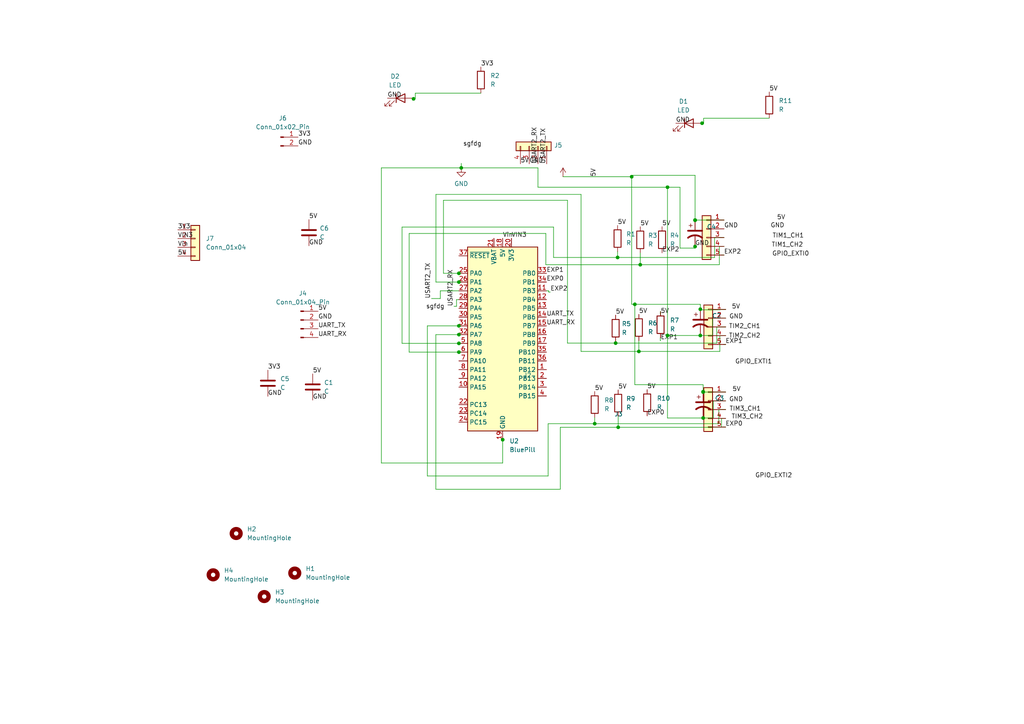
<source format=kicad_sch>
(kicad_sch (version 20230121) (generator eeschema)
  (paper "A4")
  (lib_symbols
    (symbol "Connector:Conn_01x02_Pin" (pin_names (offset 1.016) hide)
      (property "Reference" "J" (at 0 2.54 0))
      (property "Value" "Conn_01x02_Pin" (at 0 -5.08 0))
      (symbol "Conn_01x02_Pin_1_1"
        (polyline (pts (xy 1.27 -2.54) (xy 0.8636 -2.54)) (stroke (width 0.1524)))
        (polyline (pts (xy 1.27 0) (xy 0.8636 0)) (stroke (width 0.1524)))
        (rectangle (start 0.8636 -2.413) (end 0 -2.667) (stroke (width 0.1524)) (fill (type outline)))
        (rectangle (start 0.8636 0.127) (end 0 -0.127) (stroke (width 0.1524)) (fill (type outline)))
        (pin passive line (at 5.08 0 180) (length 3.81) (name "Pin_1") (number "1"))
        (pin passive line (at 5.08 -2.54 180) (length 3.81) (name "Pin_2") (number "2"))
      )
    )
    (symbol "Connector:Conn_01x04_Pin" (pin_names (offset 1.016) hide)
      (property "Reference" "J" (at 0 5.08 0))
      (property "Value" "Conn_01x04_Pin" (at 0 -7.62 0))
      (symbol "Conn_01x04_Pin_1_1"
        (polyline (pts (xy 1.27 -5.08) (xy 0.8636 -5.08)) (stroke (width 0.1524)))
        (polyline (pts (xy 1.27 -2.54) (xy 0.8636 -2.54)) (stroke (width 0.1524)))
        (polyline (pts (xy 1.27 0) (xy 0.8636 0)) (stroke (width 0.1524)))
        (polyline (pts (xy 1.27 2.54) (xy 0.8636 2.54)) (stroke (width 0.1524)))
        (rectangle (start 0.8636 -4.953) (end 0 -5.207) (stroke (width 0.1524)) (fill (type outline)))
        (rectangle (start 0.8636 -2.413) (end 0 -2.667) (stroke (width 0.1524)) (fill (type outline)))
        (rectangle (start 0.8636 0.127) (end 0 -0.127) (stroke (width 0.1524)) (fill (type outline)))
        (rectangle (start 0.8636 2.667) (end 0 2.413) (stroke (width 0.1524)) (fill (type outline)))
        (pin passive line (at 5.08 2.54 180) (length 3.81) (name "Pin_1") (number "1"))
        (pin passive line (at 5.08 0 180) (length 3.81) (name "Pin_2") (number "2"))
        (pin passive line (at 5.08 -2.54 180) (length 3.81) (name "Pin_3") (number "3"))
        (pin passive line (at 5.08 -5.08 180) (length 3.81) (name "Pin_4") (number "4"))
      )
    )
    (symbol "Connector_Generic:Conn_01x04" (pin_names (offset 1.016) hide)
      (property "Reference" "J" (at 0 5.08 0))
      (property "Value" "Conn_01x04" (at 0 -7.62 0))
      (symbol "Conn_01x04_1_1"
        (rectangle (start -1.27 -4.953) (end 0 -5.207) (stroke (width 0.1524)))
        (rectangle (start -1.27 -2.413) (end 0 -2.667) (stroke (width 0.1524)))
        (rectangle (start -1.27 0.127) (end 0 -0.127) (stroke (width 0.1524)))
        (rectangle (start -1.27 2.667) (end 0 2.413) (stroke (width 0.1524)))
        (rectangle (start -1.27 3.81) (end 1.27 -6.35) (stroke (width 0.254)) (fill (type background)))
        (pin passive line (at -5.08 2.54 0) (length 3.81) (name "Pin_1") (number "1"))
        (pin passive line (at -5.08 0 0) (length 3.81) (name "Pin_2") (number "2"))
        (pin passive line (at -5.08 -2.54 0) (length 3.81) (name "Pin_3") (number "3"))
        (pin passive line (at -5.08 -5.08 0) (length 3.81) (name "Pin_4") (number "4"))
      )
    )
    (symbol "Connector_Generic:Conn_01x05" (pin_names (offset 1.016) hide)
      (property "Reference" "J" (at 0 7.62 0))
      (property "Value" "Conn_01x05" (at 0 -7.62 0))
      (symbol "Conn_01x05_1_1"
        (rectangle (start -1.27 -4.953) (end 0 -5.207) (stroke (width 0.1524)))
        (rectangle (start -1.27 -2.413) (end 0 -2.667) (stroke (width 0.1524)))
        (rectangle (start -1.27 0.127) (end 0 -0.127) (stroke (width 0.1524)))
        (rectangle (start -1.27 2.667) (end 0 2.413) (stroke (width 0.1524)))
        (rectangle (start -1.27 5.207) (end 0 4.953) (stroke (width 0.1524)))
        (rectangle (start -1.27 6.35) (end 1.27 -6.35) (stroke (width 0.254)) (fill (type background)))
        (pin passive line (at -5.08 5.08 0) (length 3.81) (name "Pin_1") (number "1"))
        (pin passive line (at -5.08 2.54 0) (length 3.81) (name "Pin_2") (number "2"))
        (pin passive line (at -5.08 0 0) (length 3.81) (name "Pin_3") (number "3"))
        (pin passive line (at -5.08 -2.54 0) (length 3.81) (name "Pin_4") (number "4"))
        (pin passive line (at -5.08 -5.08 0) (length 3.81) (name "Pin_5") (number "5"))
      )
    )
    (symbol "Device:C" (pin_numbers hide) (pin_names (offset 0.254))
      (property "Reference" "C" (at 0.635 2.54 0))
      (property "Value" "C" (at 0.635 -2.54 0))
      (symbol "C_0_1"
        (polyline (pts (xy -2.032 -0.762) (xy 2.032 -0.762)) (stroke (width 0.508)))
        (polyline (pts (xy -2.032 0.762) (xy 2.032 0.762)) (stroke (width 0.508)))
      )
      (symbol "C_1_1"
        (pin passive line (at 0 3.81 270) (length 2.794) (name "~") (number "1"))
        (pin passive line (at 0 -3.81 90) (length 2.794) (name "~") (number "2"))
      )
    )
    (symbol "Device:C_Polarized_US" (pin_numbers hide) (pin_names (offset 0.254) hide)
      (property "Reference" "C" (at 0.635 2.54 0))
      (property "Value" "C_Polarized_US" (at 0.635 -2.54 0))
      (symbol "C_Polarized_US_0_1"
        (polyline (pts (xy -2.032 0.762) (xy 2.032 0.762)) (stroke (width 0.508)))
        (polyline (pts (xy -1.778 2.286) (xy -0.762 2.286)))
        (polyline (pts (xy -1.27 1.778) (xy -1.27 2.794)))
        (arc (start 2.032 -1.27) (mid 0 -0.5572) (end -2.032 -1.27) (stroke (width 0.508)))
      )
      (symbol "C_Polarized_US_1_1"
        (pin passive line (at 0 3.81 270) (length 2.794) (name "~") (number "1"))
        (pin passive line (at 0 -3.81 90) (length 3.302) (name "~") (number "2"))
      )
    )
    (symbol "Device:LED" (pin_numbers hide) (pin_names (offset 1.016) hide)
      (property "Reference" "D" (at 0 2.54 0))
      (property "Value" "LED" (at 0 -2.54 0))
      (symbol "LED_0_1"
        (polyline (pts (xy -1.27 -1.27) (xy -1.27 1.27)) (stroke (width 0.254)))
        (polyline (pts (xy -1.27 0) (xy 1.27 0)))
        (polyline (pts (xy 1.27 -1.27) (xy 1.27 1.27) (xy -1.27 0) (xy 1.27 -1.27)) (stroke (width 0.254)))
        (polyline (pts (xy -3.048 -0.762) (xy -4.572 -2.286) (xy -3.81 -2.286) (xy -4.572 -2.286) (xy -4.572 -1.524)))
        (polyline (pts (xy -1.778 -0.762) (xy -3.302 -2.286) (xy -2.54 -2.286) (xy -3.302 -2.286) (xy -3.302 -1.524)))
      )
      (symbol "LED_1_1"
        (pin passive line (at -3.81 0 0) (length 2.54) (name "K") (number "1"))
        (pin passive line (at 3.81 0 180) (length 2.54) (name "A") (number "2"))
      )
    )
    (symbol "Device:R" (pin_numbers hide) (pin_names (offset 0))
      (property "Reference" "R" (at 2.032 0 90))
      (property "Value" "R" (at 0 0 90))
      (symbol "R_0_1"
        (rectangle (start -1.016 -2.54) (end 1.016 2.54) (stroke (width 0.254)))
      )
      (symbol "R_1_1"
        (pin passive line (at 0 3.81 270) (length 1.27) (name "~") (number "1"))
        (pin passive line (at 0 -3.81 90) (length 1.27) (name "~") (number "2"))
      )
    )
    (symbol "MY_LIB:BluePill"
      (property "Reference" "U" (at 7.62 31.75 0))
      (property "Value" "BluePill" (at 7.62 29.21 0))
      (symbol "BluePill_0_1"
        (rectangle (start -10.16 27.94) (end 10.16 -25.4) (stroke (width 0.254)) (fill (type background)))
      )
      (symbol "BluePill_1_1"
        (pin bidirectional line (at 12.7 -7.62 180) (length 2.54) (name "PB12") (number "1"))
        (pin bidirectional line (at -12.7 -12.7 0) (length 2.54) (name "PA15") (number "10"))
        (pin bidirectional line (at 12.7 15.24 180) (length 2.54) (name "PB3") (number "11"))
        (pin bidirectional line (at 12.7 12.7 180) (length 2.54) (name "PB4") (number "12"))
        (pin bidirectional line (at 12.7 10.16 180) (length 2.54) (name "PB5") (number "13"))
        (pin bidirectional line (at 12.7 7.62 180) (length 2.54) (name "PB6") (number "14"))
        (pin bidirectional line (at 12.7 5.08 180) (length 2.54) (name "PB7") (number "15"))
        (pin bidirectional line (at 12.7 2.54 180) (length 2.54) (name "PB8") (number "16"))
        (pin bidirectional line (at 12.7 0 180) (length 2.54) (name "PB9") (number "17"))
        (pin passive line (at 0 30.48 270) (length 2.54) (name "5V") (number "18"))
        (pin power_in line (at 0 -27.94 90) (length 2.54) (name "GND") (number "19"))
        (pin bidirectional line (at 12.7 -10.16 180) (length 2.54) (name "PB13") (number "2"))
        (pin power_out line (at 2.54 30.48 270) (length 2.54) (name "3V3") (number "20"))
        (pin power_in line (at -2.54 30.48 270) (length 2.54) (name "VBAT") (number "21"))
        (pin bidirectional line (at -12.7 -17.78 0) (length 2.54) (name "PC13") (number "22"))
        (pin bidirectional line (at -12.7 -20.32 0) (length 2.54) (name "PC14") (number "23"))
        (pin bidirectional line (at -12.7 -22.86 0) (length 2.54) (name "PC15") (number "24"))
        (pin bidirectional line (at -12.7 20.32 0) (length 2.54) (name "PA0") (number "25"))
        (pin bidirectional line (at -12.7 17.78 0) (length 2.54) (name "PA1") (number "26"))
        (pin bidirectional line (at -12.7 15.24 0) (length 2.54) (name "PA2") (number "27"))
        (pin bidirectional line (at -12.7 12.7 0) (length 2.54) (name "PA3") (number "28"))
        (pin bidirectional line (at -12.7 10.16 0) (length 2.54) (name "PA4") (number "29"))
        (pin bidirectional line (at 12.7 -12.7 180) (length 2.54) (name "PB14") (number "3"))
        (pin bidirectional line (at -12.7 7.62 0) (length 2.54) (name "PA5") (number "30"))
        (pin bidirectional line (at -12.7 5.08 0) (length 2.54) (name "PA6") (number "31"))
        (pin bidirectional line (at -12.7 2.54 0) (length 2.54) (name "PA7") (number "32"))
        (pin bidirectional line (at 12.7 20.32 180) (length 2.54) (name "PB0") (number "33"))
        (pin bidirectional line (at 12.7 17.78 180) (length 2.54) (name "PB1") (number "34"))
        (pin bidirectional line (at 12.7 -2.54 180) (length 2.54) (name "PB10") (number "35"))
        (pin bidirectional line (at 12.7 -5.08 180) (length 2.54) (name "PB11") (number "36"))
        (pin input line (at -12.7 25.4 0) (length 2.54) (name "~{RESET}") (number "37"))
        (pin passive line (at 2.54 30.48 270) (length 2.54) hide (name "3V3") (number "38"))
        (pin passive line (at 0 -27.94 90) (length 2.54) hide (name "GND") (number "39"))
        (pin bidirectional line (at 12.7 -15.24 180) (length 2.54) (name "PB15") (number "4"))
        (pin passive line (at 0 -27.94 90) (length 2.54) hide (name "GND") (number "40"))
        (pin bidirectional line (at -12.7 0 0) (length 2.54) (name "PA8") (number "5"))
        (pin bidirectional line (at -12.7 -2.54 0) (length 2.54) (name "PA9") (number "6"))
        (pin bidirectional line (at -12.7 -5.08 0) (length 2.54) (name "PA10") (number "7"))
        (pin bidirectional line (at -12.7 -7.62 0) (length 2.54) (name "PA11") (number "8"))
        (pin bidirectional line (at -12.7 -10.16 0) (length 2.54) (name "PA12") (number "9"))
      )
    )
    (symbol "Mechanical:MountingHole" (pin_names (offset 1.016))
      (property "Reference" "H" (at 0 5.08 0))
      (property "Value" "MountingHole" (at 0 3.175 0))
      (symbol "MountingHole_0_1"
        (circle (center 0 0) (radius 1.27) (stroke (width 1.27)))
      )
    )
    (symbol "power:+5V" (power) (pin_names (offset 0))
      (property "Value" "+5V" (at 0 3.556 0))
      (symbol "+5V_0_1"
        (polyline (pts (xy -0.762 1.27) (xy 0 2.54)))
        (polyline (pts (xy 0 0) (xy 0 2.54)))
        (polyline (pts (xy 0 2.54) (xy 0.762 1.27)))
      )
      (symbol "+5V_1_1"
        (pin power_in line (at 0 0 90) (length 0) hide (name "+5V") (number "1"))
      )
    )
    (symbol "power:GND" (power) (pin_names (offset 0))
      (property "Value" "GND" (at 0 -3.81 0))
      (symbol "GND_0_1"
        (polyline (pts (xy 0 0) (xy 0 -1.27) (xy 1.27 -1.27) (xy 0 -2.54) (xy -1.27 -1.27) (xy 0 -1.27)))
      )
      (symbol "GND_1_1"
        (pin power_in line (at 0 0 270) (length 0) hide (name "GND") (number "1"))
      )
    )
  )
  (junction (at 178.562 99.5172))
  (junction (at 185.6994 76.7842))
  (junction (at 203.6318 35.7378))
  (junction (at 203.9366 113.7158))
  (junction (at 201.5998 71.501))
  (junction (at 133.096 94.5134))
  (junction (at 133.096 79.2734))
  (junction (at 183.2102 51.2572))
  (junction (at 185.293 101.9302))
  (junction (at 201.5998 63.881))
  (junction (at 133.096 97.0534))
  (junction (at 172.4914 122.8852))
  (junction (at 179.2986 123.9266))
  (junction (at 133.096 102.1334))
  (junction (at 203.1238 89.6874))
  (junction (at 179.1208 74.676))
  (junction (at 201.5998 63.8302))
  (junction (at 145.796 127.5334))
  (junction (at 193.5988 97.3074))
  (junction (at 133.096 99.5934))
  (junction (at 184.1246 88.265))
  (junction (at 193.5988 54.3052))
  (junction (at 133.096 81.8134))
  (junction (at 133.7818 48.6918))
  (junction (at 203.1238 97.3074))
  (junction (at 119.9388 28.6766))
  (junction (at 203.9366 121.2342))
  (junction (at 203.9366 113.6142))
  (wire (pts (xy 127.7112 84.3534) (xy 133.096 84.3534)))
  (wire (pts (xy 123.952 94.5134) (xy 133.096 94.5134)))
  (wire (pts (xy 209.169 73.9902) (xy 210.0072 73.9902)))
  (wire (pts (xy 158.3182 67.7164) (xy 118.6688 67.7164)))
  (wire (pts (xy 133.096 81.8134) (xy 133.2484 81.8134)))
  (wire (pts (xy 160.5534 65.8622) (xy 116.6114 65.8622)))
  (wire (pts (xy 184.1246 88.265) (xy 203.1238 88.265)))
  (wire (pts (xy 203.1238 97.3074) (xy 206.6798 97.3074)))
  (wire (pts (xy 201.5998 63.8302) (xy 201.5998 63.881)))
  (wire (pts (xy 191.516 97.9932) (xy 191.516 98.806)))
  (wire (pts (xy 207.899 94.8182) (xy 207.899 99.5172)))
  (wire (pts (xy 139.4714 27.0256) (xy 120.4468 27.0256)))
  (wire (pts (xy 156.0322 48.6918) (xy 156.0322 54.3052)))
  (wire (pts (xy 162.5092 123.9266) (xy 162.5092 141.9098)))
  (wire (pts (xy 168.529 56.388) (xy 126.4412 56.388)))
  (wire (pts (xy 145.796 127.5334) (xy 145.796 134.2898)))
  (wire (pts (xy 203.9366 113.7158) (xy 203.9366 113.8428)))
  (wire (pts (xy 172.4914 122.8852) (xy 158.9786 122.8852)))
  (wire (pts (xy 203.6318 35.7378) (xy 204.089 35.7378)))
  (wire (pts (xy 178.562 99.5172) (xy 164.592 99.5172)))
  (wire (pts (xy 116.6114 99.5934) (xy 133.096 99.5934)))
  (wire (pts (xy 191.5922 90.3732) (xy 191.5414 90.3732)))
  (wire (pts (xy 158.9786 122.8852) (xy 158.9786 138.049)))
  (wire (pts (xy 119.9388 28.6766) (xy 120.4468 28.6766)))
  (wire (pts (xy 145.796 127.2794) (xy 145.796 127.5334)))
  (wire (pts (xy 206.883 116.2558) (xy 210.4898 116.2558)))
  (wire (pts (xy 207.264 74.676) (xy 179.1208 74.676)))
  (wire (pts (xy 168.529 101.9302) (xy 168.529 56.388)))
  (wire (pts (xy 193.5988 54.3052) (xy 197.231 54.3052)))
  (wire (pts (xy 123.952 138.049) (xy 123.952 94.5134)))
  (wire (pts (xy 207.899 94.8182) (xy 210.5152 94.8182)))
  (wire (pts (xy 201.5998 63.8302) (xy 210.0072 63.8302)))
  (wire (pts (xy 208.4832 118.7958) (xy 210.4898 118.7958)))
  (wire (pts (xy 119.8626 28.6766) (xy 119.9388 28.6766)))
  (wire (pts (xy 185.6994 73.3806) (xy 185.6994 76.7842)))
  (wire (pts (xy 207.264 68.9102) (xy 210.0072 68.9102)))
  (wire (pts (xy 206.883 121.2342) (xy 206.883 116.2558)))
  (wire (pts (xy 209.2706 121.3358) (xy 209.2706 123.9266)))
  (wire (pts (xy 206.6798 97.3074) (xy 206.6798 92.2782)))
  (wire (pts (xy 207.264 68.9102) (xy 207.264 74.676)))
  (wire (pts (xy 162.5092 141.9098) (xy 126.4158 141.9098)))
  (wire (pts (xy 172.4914 121.158) (xy 172.4914 122.8852)))
  (wire (pts (xy 132.4102 86.8934) (xy 133.096 86.8934)))
  (wire (pts (xy 160.5534 74.676) (xy 160.5534 65.8622)))
  (wire (pts (xy 204.089 34.29) (xy 204.089 35.7378)))
  (wire (pts (xy 209.2706 123.9266) (xy 179.2986 123.9266)))
  (wire (pts (xy 183.2102 88.265) (xy 184.1246 88.265)))
  (wire (pts (xy 191.5414 90.3732) (xy 191.5414 91.186)))
  (wire (pts (xy 179.1208 74.676) (xy 160.5534 74.676)))
  (wire (pts (xy 163.2966 51.2572) (xy 183.2102 51.2572)))
  (wire (pts (xy 126.4158 141.9098) (xy 126.4158 97.0534)))
  (wire (pts (xy 128.6256 58.0898) (xy 128.6256 79.2734)))
  (wire (pts (xy 127.7112 86.5886) (xy 127.7112 84.3534)))
  (wire (pts (xy 119.8626 28.4734) (xy 119.7356 28.4734)))
  (wire (pts (xy 133.096 102.1334) (xy 133.1722 102.1334)))
  (wire (pts (xy 203.9366 121.2342) (xy 206.883 121.2342)))
  (wire (pts (xy 133.096 97.0534) (xy 133.2738 97.0534)))
  (wire (pts (xy 207.899 99.5172) (xy 178.562 99.5172)))
  (wire (pts (xy 208.4832 122.8852) (xy 172.4914 122.8852)))
  (wire (pts (xy 110.617 134.2898) (xy 145.796 134.2898)))
  (wire (pts (xy 125.1458 86.5886) (xy 127.7112 86.5886)))
  (wire (pts (xy 132.4102 88.8492) (xy 132.4102 86.8934)))
  (wire (pts (xy 119.9388 28.6766) (xy 119.9388 28.4734)))
  (wire (pts (xy 131.6736 88.8492) (xy 132.4102 88.8492)))
  (wire (pts (xy 184.1246 111.5822) (xy 203.9366 111.5822)))
  (wire (pts (xy 208.6356 71.4502) (xy 210.0072 71.4502)))
  (wire (pts (xy 201.5998 71.3486) (xy 201.5998 71.501)))
  (wire (pts (xy 156.0322 48.6918) (xy 133.7818 48.6918)))
  (wire (pts (xy 164.592 58.0898) (xy 128.6256 58.0898)))
  (wire (pts (xy 185.293 98.806) (xy 185.293 101.9302)))
  (wire (pts (xy 178.562 99.0092) (xy 178.562 99.5172)))
  (wire (pts (xy 209.2706 121.3358) (xy 210.4898 121.3358)))
  (wire (pts (xy 133.7818 47.371) (xy 133.7818 48.6918)))
  (wire (pts (xy 191.5922 97.9932) (xy 191.516 97.9932)))
  (wire (pts (xy 183.2102 51.2572) (xy 183.2102 88.265)))
  (wire (pts (xy 158.3182 76.7842) (xy 158.3182 67.7164)))
  (wire (pts (xy 209.8548 99.8982) (xy 210.5152 99.8982)))
  (wire (pts (xy 193.5988 97.3074) (xy 203.1238 97.3074)))
  (wire (pts (xy 208.8388 89.7382) (xy 210.5152 89.7382)))
  (wire (pts (xy 156.0322 54.3052) (xy 193.5988 54.3052)))
  (wire (pts (xy 208.4832 118.7958) (xy 208.4832 122.8852)))
  (wire (pts (xy 118.6688 102.1334) (xy 133.096 102.1334)))
  (wire (pts (xy 223.1136 34.29) (xy 204.089 34.29)))
  (wire (pts (xy 203.1238 89.6874) (xy 203.1238 89.8652)))
  (wire (pts (xy 201.5998 71.501) (xy 201.5998 71.9582)))
  (wire (pts (xy 179.1208 72.9996) (xy 179.1208 74.676)))
  (wire (pts (xy 203.1238 88.265) (xy 203.1238 89.6874)))
  (wire (pts (xy 208.8388 89.8652) (xy 208.8388 89.7382)))
  (wire (pts (xy 208.788 97.3582) (xy 208.788 101.9302)))
  (wire (pts (xy 120.4468 27.0256) (xy 120.4468 28.6766)))
  (wire (pts (xy 203.9366 111.5822) (xy 203.9366 113.6142)))
  (wire (pts (xy 197.231 54.3052) (xy 197.231 71.9582)))
  (wire (pts (xy 158.9786 138.049) (xy 123.952 138.049)))
  (wire (pts (xy 197.231 71.9582) (xy 201.5998 71.9582)))
  (wire (pts (xy 193.5988 97.3074) (xy 193.5988 121.2342)))
  (wire (pts (xy 203.3778 35.7378) (xy 203.6318 35.7378)))
  (wire (pts (xy 110.617 48.6918) (xy 110.617 134.2898)))
  (wire (pts (xy 179.2986 123.9266) (xy 162.5092 123.9266)))
  (wire (pts (xy 133.7818 48.6918) (xy 110.617 48.6918)))
  (wire (pts (xy 203.9366 113.7158) (xy 210.4898 113.7158)))
  (wire (pts (xy 208.788 97.3582) (xy 210.5152 97.3582)))
  (wire (pts (xy 183.2102 50.8508) (xy 183.2102 51.2572)))
  (wire (pts (xy 179.2986 120.7262) (xy 179.2986 123.9266)))
  (wire (pts (xy 133.096 99.5934) (xy 133.1722 99.5934)))
  (wire (pts (xy 193.5988 121.2342) (xy 203.9366 121.2342)))
  (wire (pts (xy 133.096 94.5134) (xy 133.223 94.5134)))
  (wire (pts (xy 209.6516 123.8758) (xy 210.4898 123.8758)))
  (wire (pts (xy 128.6256 79.2734) (xy 133.096 79.2734)))
  (wire (pts (xy 126.4412 81.8134) (xy 133.096 81.8134)))
  (wire (pts (xy 126.4412 56.388) (xy 126.4412 81.8134)))
  (wire (pts (xy 185.293 101.9302) (xy 168.529 101.9302)))
  (wire (pts (xy 191.516 98.806) (xy 191.5922 98.806)))
  (wire (pts (xy 201.5998 63.881) (xy 201.5998 64.0588)))
  (wire (pts (xy 208.788 101.9302) (xy 185.293 101.9302)))
  (wire (pts (xy 203.1238 89.8652) (xy 208.8388 89.8652)))
  (wire (pts (xy 164.592 99.5172) (xy 164.592 58.0898)))
  (wire (pts (xy 133.096 79.2734) (xy 133.1976 79.2734)))
  (wire (pts (xy 191.5414 91.186) (xy 191.5922 91.186)))
  (wire (pts (xy 203.9366 113.6142) (xy 203.9366 113.7158)))
  (wire (pts (xy 119.9388 28.4734) (xy 119.9896 28.4734)))
  (wire (pts (xy 201.5998 50.8508) (xy 201.5998 63.8302)))
  (wire (pts (xy 159.6136 84.709) (xy 159.131 84.709)))
  (wire (pts (xy 159.131 84.709) (xy 159.131 84.3534)))
  (wire (pts (xy 126.4158 97.0534) (xy 133.096 97.0534)))
  (wire (pts (xy 118.6688 67.7164) (xy 118.6688 102.1334)))
  (wire (pts (xy 208.6356 71.4502) (xy 208.6356 76.7842)))
  (wire (pts (xy 208.6356 76.7842) (xy 185.6994 76.7842)))
  (wire (pts (xy 206.6798 92.2782) (xy 210.5152 92.2782)))
  (wire (pts (xy 185.6994 76.7842) (xy 158.3182 76.7842)))
  (wire (pts (xy 116.6114 65.8622) (xy 116.6114 99.5934)))
  (wire (pts (xy 159.131 84.3534) (xy 158.496 84.3534)))
  (wire (pts (xy 184.1246 88.265) (xy 184.1246 111.5822)))
  (wire (pts (xy 193.5988 54.3052) (xy 193.5988 97.3074)))
  (wire (pts (xy 183.2102 50.8508) (xy 201.5998 50.8508)))
  (wire (pts (xy 119.8626 28.6766) (xy 119.8626 28.4734)))
  (label "EXP1" (at 158.496 79.2734 0))
  (label "GPIO_EXTI2" (at 218.9988 138.8618 0))
  (label "UART_RX" (at 158.496 94.5134 0))
  (label "EXP1" (at 191.5922 98.806 0))
  (label "5V" (at 172.4914 113.538 0))
  (label "VIN3" (at 51.562 69.1896 0))
  (label "EXP1" (at 210.3882 99.8982 0))
  (label "sgfdg" (at 128.9558 89.8652 180))
  (label "5V" (at 192.024 65.7352 0))
  (label "TIM3_CH1" (at 211.5312 119.5324 0))
  (label "USART2_RX" (at 156.0322 47.5234 90))
  (label "5V" (at 227.8126 64.008 180))
  (label "Vin" (at 145.796 69.1134 0))
  (label "5V" (at 179.1208 65.3796 0))
  (label "EXP0" (at 158.496 81.8134 0))
  (label "GND" (at 215.519 116.7892 180))
  (label "Vin" (at 51.562 71.7296 0))
  (label "EXP0" (at 187.706 120.6246 0))
  (label "GND" (at 210.0072 66.3702 0))
  (label "TIM3_CH2" (at 212.1154 121.793 0))
  (label "UART_TX" (at 158.496 91.9734 0))
  (label "USART2_TX" (at 158.5722 47.5234 90))
  (label "3V3" (at 139.4714 19.4056 0))
  (label "5V" (at 92.2782 90.2716 0))
  (label "5V" (at 178.562 91.3892 0))
  (label "GND" (at 89.6112 71.2978 0))
  (label "GPIO_EXTI0" (at 223.9264 74.549 0))
  (label "GND" (at 201.5998 71.501 0))
  (label "EXP0" (at 210.3882 123.8758 0))
  (label "GND" (at 227.5332 66.3448 180))
  (label "5V" (at 191.5922 91.186 0))
  (label "GND" (at 215.5444 92.7608 180))
  (label "5V" (at 185.293 91.186 0))
  (label "5V" (at 90.7034 108.4326 0))
  (label "5V" (at 150.9522 47.5234 0))
  (label "5V" (at 51.562 74.2696 0))
  (label "5V" (at 223.1136 26.67 0))
  (label "5V" (at 214.7062 89.8906 180))
  (label "GND" (at 90.7034 116.0526 0))
  (label "UART_RX" (at 92.2782 97.8916 0))
  (label "UART_TX" (at 92.2782 95.3516 0))
  (label "5V" (at 187.706 113.0046 0))
  (label "EXP2" (at 209.9564 73.9902 0))
  (label "GPIO_EXTI1" (at 213.1822 105.8418 0))
  (label "sgfdg" (at 139.7 42.672 180))
  (label "3V3" (at 77.6986 107.3404 0))
  (label "USART2_RX" (at 131.6736 88.8492 90))
  (label "VIN3" (at 148.336 69.1134 0))
  (label "3V3" (at 51.562 66.6496 0))
  (label "5V" (at 179.2986 113.1062 0))
  (label "GND" (at 77.6986 114.9604 0))
  (label "TIM1_CH1" (at 224.0026 69.3166 0))
  (label "USART2_TX" (at 125.1458 86.5886 90))
  (label "GND" (at 86.4616 42.3164 0))
  (label "5V" (at 89.6112 63.6778 0))
  (label "GND" (at 196.0118 35.7378 0))
  (label "EXP2" (at 159.6136 84.709 0))
  (label "TIM2_CH1" (at 211.3788 95.6056 0))
  (label "TIM1_CH2" (at 223.7486 71.9582 0))
  (label "5V" (at 173.1518 51.2572 90))
  (label "GND" (at 92.2782 92.8116 0))
  (label "GND" (at 153.4922 47.5234 0))
  (label "5V" (at 214.884 113.8428 180))
  (label "GND" (at 112.3696 28.4734 0))
  (label "5V" (at 185.6994 65.7606 0))
  (label "3V3" (at 86.4616 39.7764 0))
  (label "TIM2_CH2" (at 211.3788 98.3488 0))
  (label "EXP2" (at 192.024 73.3552 0))
  (symbol (lib_id "Device:R") (at 172.4914 117.348 0) (unit 1)
    (property "Reference" "R8" (at 175.26 116.078 0) (effects (justify left)))
    (property "Value" "R" (at 175.26 118.618 0) (effects (justify left)))
    (property "Footprint" "MY_LIB:Resistor_small" (effects hide))
  )
  (symbol (lib_id "Device:C") (at 89.6112 67.4878 0) (unit 1)
    (property "Reference" "C6" (at 92.71 66.2178 0) (effects (justify left)))
    (property "Value" "C" (at 92.71 68.7578 0) (effects (justify left)))
    (property "Footprint" "MY_LIB:Capacitor_Disc_Small" (effects hide))
  )
  (symbol (lib_id "Connector_Generic:Conn_01x05") (at 204.9272 68.9102 0) (mirror y) (unit 1)
    (property "Reference" "J1" (effects hide))
    (property "Value" "Conn_01x05" (effects hide))
    (property "Footprint" "Connector_JST:JST_EH_B5B-EH-A_1x05_P2.50mm_Vertical" (effects hide))
  )
  (symbol (lib_id "Device:R") (at 139.4714 23.2156 0) (unit 1)
    (property "Reference" "R2" (at 142.2146 21.9456 0) (effects (justify left)))
    (property "Value" "R" (at 142.2146 24.4856 0) (effects (justify left)))
    (property "Footprint" "MY_LIB:Resistor_small" (effects hide))
  )
  (symbol (lib_id "Device:R") (at 178.562 95.1992 0) (unit 1)
    (property "Reference" "R5" (at 180.34 93.9292 0) (effects (justify left)))
    (property "Value" "R" (at 180.34 96.4692 0) (effects (justify left)))
    (property "Footprint" "MY_LIB:Resistor_small" (effects hide))
  )
  (symbol (lib_id "Mechanical:MountingHole") (at 68.5038 154.7368 0) (unit 1)
    (property "Reference" "H2" (at 71.628 153.4668 0) (effects (justify left)))
    (property "Value" "MountingHole" (at 71.628 156.0068 0) (effects (justify left)))
    (property "Footprint" "MountingHole:MountingHole_2.5mm_Pad" (effects hide))
  )
  (symbol (lib_id "power:GND") (at 133.7818 48.6918 0) (unit 1)
    (property "Reference" "#PWR06" (effects hide))
    (property "Value" "GND" (at 133.7818 53.2892 0))
  )
  (symbol (lib_id "Mechanical:MountingHole") (at 61.8236 166.7256 0) (unit 1)
    (property "Reference" "H4" (at 64.9478 165.4556 0) (effects (justify left)))
    (property "Value" "MountingHole" (at 64.9478 167.9956 0) (effects (justify left)))
    (property "Footprint" "MountingHole:MountingHole_2.5mm_Pad" (effects hide))
  )
  (symbol (lib_id "Device:R") (at 179.2986 116.9162 0) (unit 1)
    (property "Reference" "R9" (at 181.61 115.6462 0) (effects (justify left)))
    (property "Value" "R" (at 181.61 118.1862 0) (effects (justify left)))
    (property "Footprint" "MY_LIB:Resistor_small" (effects hide))
  )
  (symbol (lib_id "Mechanical:MountingHole") (at 76.6318 173.0248 0) (unit 1)
    (property "Reference" "H3" (at 79.756 171.7548 0) (effects (justify left)))
    (property "Value" "MountingHole" (at 79.756 174.2948 0) (effects (justify left)))
    (property "Footprint" "MountingHole:MountingHole_2.5mm_Pad" (effects hide))
  )
  (symbol (lib_id "Device:LED") (at 116.1796 28.4734 0) (unit 1)
    (property "Reference" "D2" (at 114.5921 22.1488 0))
    (property "Value" "LED" (at 114.5921 24.6888 0))
    (property "Footprint" "MY_LIB:LED_D3.0mm" (effects hide))
  )
  (symbol (lib_id "Connector:Conn_01x04_Pin") (at 87.1982 92.8116 0) (unit 1)
    (property "Reference" "J4" (at 87.8332 85.09 0))
    (property "Value" "Conn_01x04_Pin" (at 87.8332 87.63 0))
    (property "Footprint" "MY_LIB:jst_4" (effects hide))
  )
  (symbol (lib_id "Device:R") (at 192.024 69.5452 0) (unit 1)
    (property "Reference" "R4" (at 194.31 68.2752 0) (effects (justify left)))
    (property "Value" "R" (at 194.31 70.8152 0) (effects (justify left)))
    (property "Footprint" "MY_LIB:Resistor_small" (effects hide))
  )
  (symbol (lib_id "Device:R") (at 191.5922 94.1832 0) (unit 1)
    (property "Reference" "R7" (at 194.31 92.9132 0) (effects (justify left)))
    (property "Value" "R" (at 194.31 95.4532 0) (effects (justify left)))
    (property "Footprint" "MY_LIB:Resistor_small" (effects hide))
  )
  (symbol (lib_id "MY_LIB:BluePill") (at 145.796 99.5934 0) (unit 1)
    (property "Reference" "U2" (at 147.7519 127.9144 0) (effects (justify left)))
    (property "Value" "BluePill" (at 147.7519 130.4544 0) (effects (justify left)))
    (property "Footprint" "MY_LIB:STM32_BLUEPLL_MOD" (effects hide))
    (property "Datasheet" "http://www.vcc-gnd.com/cp/stm32hxb/stm32f1xxhexinban/" (effects hide))
  )
  (symbol (lib_id "Connector_Generic:Conn_01x04") (at 56.642 69.1896 0) (unit 1)
    (property "Reference" "J7" (at 59.69 69.1896 0) (effects (justify left)))
    (property "Value" "Conn_01x04" (at 59.69 71.7296 0) (effects (justify left)))
    (property "Footprint" "Connector_PinHeader_2.54mm:PinHeader_1x04_P2.54mm_Vertical" (effects hide))
  )
  (symbol (lib_id "Device:C_Polarized_US") (at 203.9366 117.4242 0) (unit 1)
    (property "Reference" "C3" (at 207.3402 115.5192 0) (effects (justify left)))
    (property "Value" "C_Polarized_US" (effects hide))
    (property "Footprint" "MY_LIB:Capacitor_Disc_Small" (effects hide))
  )
  (symbol (lib_id "Device:R") (at 185.6994 69.5706 0) (unit 1)
    (property "Reference" "R3" (at 187.96 68.3006 0) (effects (justify left)))
    (property "Value" "R" (at 187.96 70.8406 0) (effects (justify left)))
    (property "Footprint" "MY_LIB:Resistor_small" (effects hide))
  )
  (symbol (lib_id "power:+5V") (at 163.2966 51.2572 0) (unit 1)
    (property "Reference" "#PWR08" (effects hide))
    (property "Value" "+5V" (effects hide))
  )
  (symbol (lib_id "Device:C") (at 90.7034 112.2426 0) (unit 1)
    (property "Reference" "C1" (at 93.98 110.9726 0) (effects (justify left)))
    (property "Value" "C" (at 93.98 113.5126 0) (effects (justify left)))
    (property "Footprint" "MY_LIB:Capacitor_100uF" (effects hide))
  )
  (symbol (lib_id "Connector_Generic:Conn_01x04") (at 156.0322 42.4434 270) (mirror x) (unit 1)
    (property "Reference" "J5" (at 161.8996 42.1386 90))
    (property "Value" "Conn_01x04" (effects hide))
    (property "Footprint" "MY_LIB:jst_4" (effects hide))
  )
  (symbol (lib_id "Device:C_Polarized_US") (at 203.1238 93.4974 0) (unit 1)
    (property "Reference" "C2" (at 206.5274 91.5924 0) (effects (justify left)))
    (property "Value" "C_Polarized_US" (effects hide))
    (property "Footprint" "MY_LIB:Capacitor_Disc_Small" (effects hide))
  )
  (symbol (lib_id "Mechanical:MountingHole") (at 85.4964 166.2176 0) (unit 1)
    (property "Reference" "H1" (at 88.6206 164.9476 0) (effects (justify left)))
    (property "Value" "MountingHole" (at 88.6206 167.4876 0) (effects (justify left)))
    (property "Footprint" "MountingHole:MountingHole_2.5mm_Pad" (effects hide))
  )
  (symbol (lib_id "Connector:Conn_01x02_Pin") (at 81.3816 39.7764 0) (unit 1)
    (property "Reference" "J6" (at 82.0166 34.29 0))
    (property "Value" "Conn_01x02_Pin" (at 82.0166 36.83 0))
    (property "Footprint" "Connector_JST:JST_EH_B2B-EH-A_1x02_P2.50mm_Vertical" (effects hide))
  )
  (symbol (lib_id "Device:R") (at 179.1208 69.1896 0) (unit 1)
    (property "Reference" "R1" (at 181.61 67.9196 0) (effects (justify left)))
    (property "Value" "R" (at 181.61 70.4596 0) (effects (justify left)))
    (property "Footprint" "MY_LIB:Resistor_small" (effects hide))
  )
  (symbol (lib_id "Device:C_Polarized_US") (at 201.5998 67.691 0) (unit 1)
    (property "Reference" "C4" (at 205.0034 65.786 0) (effects (justify left)))
    (property "Value" "C_Polarized_US" (effects hide))
    (property "Footprint" "MY_LIB:Capacitor_Disc_Small" (effects hide))
  )
  (symbol (lib_id "Connector_Generic:Conn_01x05") (at 205.4098 118.7958 0) (mirror y) (unit 1)
    (property "Reference" "J3" (at 180.6194 120.0912 0) (effects (justify left)))
    (property "Value" "Conn_01x05" (effects hide))
    (property "Footprint" "Connector_JST:JST_EH_B5B-EH-A_1x05_P2.50mm_Vertical" (effects hide))
  )
  (symbol (lib_id "Device:C") (at 77.6986 111.1504 0) (unit 1)
    (property "Reference" "C5" (at 81.28 109.8804 0) (effects (justify left)))
    (property "Value" "C" (at 81.28 112.4204 0) (effects (justify left)))
    (property "Footprint" "MY_LIB:Capacitor_10uF" (effects hide))
  )
  (symbol (lib_id "Device:R") (at 185.293 94.996 0) (unit 1)
    (property "Reference" "R6" (at 187.96 93.726 0) (effects (justify left)))
    (property "Value" "R" (at 187.96 96.266 0) (effects (justify left)))
    (property "Footprint" "MY_LIB:Resistor_small" (effects hide))
  )
  (symbol (lib_id "Connector_Generic:Conn_01x05") (at 205.4352 94.8182 0) (mirror y) (unit 1)
    (property "Reference" "J2" (at 154.178 108.839 0) (effects (justify left)))
    (property "Value" "Conn_01x05" (effects hide))
    (property "Footprint" "Connector_JST:JST_EH_B5B-EH-A_1x05_P2.50mm_Vertical" (effects hide))
  )
  (symbol (lib_id "Device:R") (at 187.706 116.8146 0) (unit 1)
    (property "Reference" "R10" (at 190.5 115.5446 0) (effects (justify left)))
    (property "Value" "R" (at 190.5 118.0846 0) (effects (justify left)))
    (property "Footprint" "MY_LIB:Resistor_small" (effects hide))
  )
  (symbol (lib_id "Device:R") (at 223.1136 30.48 0) (unit 1)
    (property "Reference" "R11" (at 225.8568 29.21 0) (effects (justify left)))
    (property "Value" "R" (at 225.8568 31.75 0) (effects (justify left)))
    (property "Footprint" "MY_LIB:Resistor_small" (effects hide))
  )
  (symbol (lib_id "Device:LED") (at 199.8218 35.7378 0) (unit 1)
    (property "Reference" "D1" (at 198.2343 29.4132 0))
    (property "Value" "LED" (at 198.2343 31.9532 0))
    (property "Footprint" "MY_LIB:LED_D3.0mm" (effects hide))
  )
)
</source>
